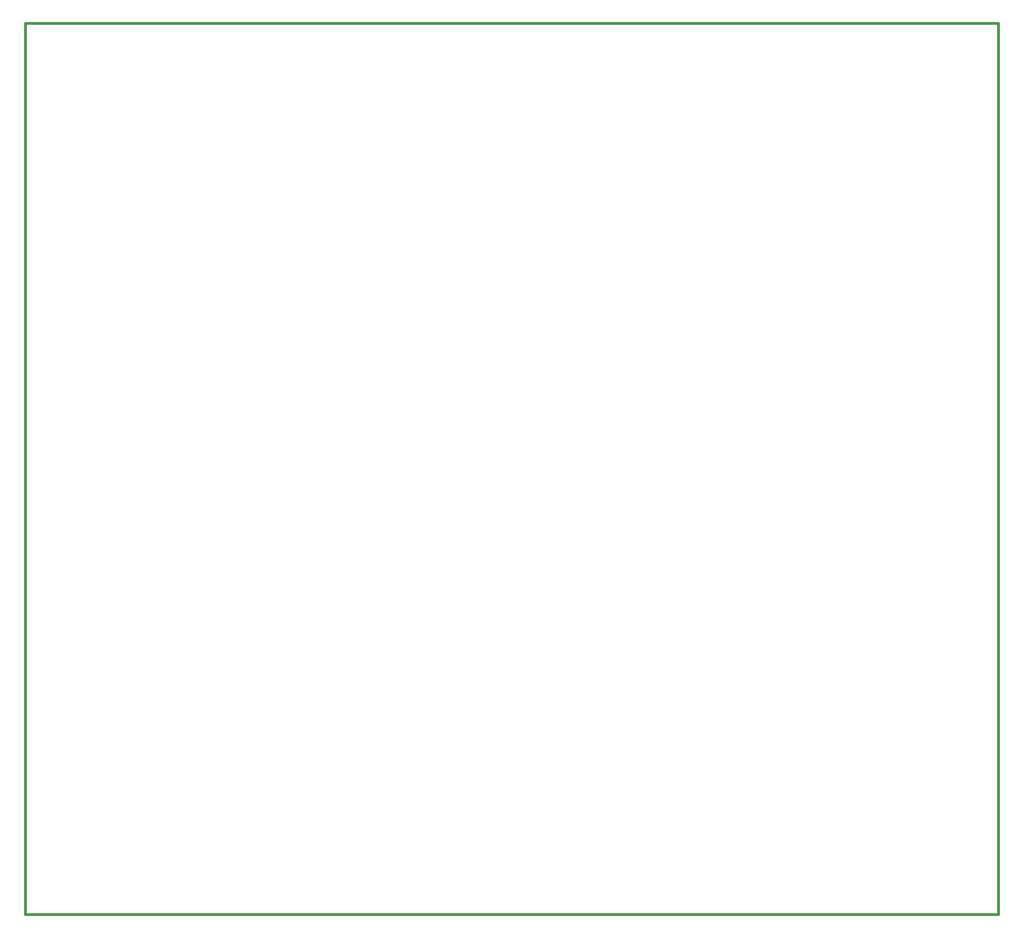
<source format=gko>
G04*
G04 #@! TF.GenerationSoftware,Altium Limited,Altium Designer,20.0.13 (296)*
G04*
G04 Layer_Color=16711935*
%FSLAX44Y44*%
%MOMM*%
G71*
G01*
G75*
%ADD14C,0.3000*%
D14*
X1195000Y0D02*
Y1095000D01*
X0D02*
X1195000D01*
X0Y0D02*
X1195000D01*
X0D02*
Y1095000D01*
M02*

</source>
